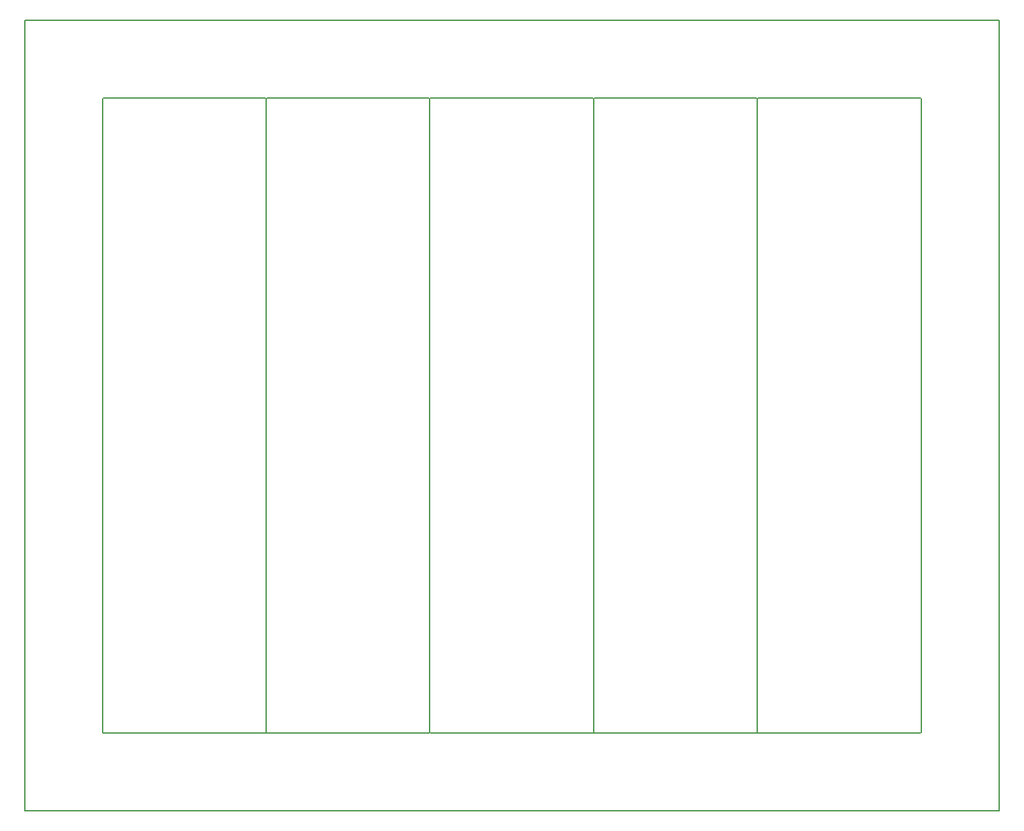
<source format=gko>
G04*
G04 #@! TF.GenerationSoftware,Altium Limited,Altium Designer,19.1.7 (138)*
G04*
G04 Layer_Color=16711935*
%FSAX25Y25*%
%MOIN*%
G70*
G01*
G75*
%ADD44C,0.00787*%
G36*
X0100787Y0502756D02*
D01*
D02*
G37*
D44*
X0104252D02*
X0596063D01*
X0596063Y0099606D01*
X0099606D02*
X0596063D01*
X0099606D02*
Y0502756D01*
X0100787D01*
X0104252D01*
X0222441Y0462638D02*
G03*
X0222047Y0463032I-0000394J0000000D01*
G01*
X0222441Y0462638D02*
G03*
X0222047Y0463032I-0000394J0000000D01*
G01*
X0222047Y0138976D02*
G03*
X0222441Y0139370I0000000J0000394D01*
G01*
X0222047Y0138976D02*
G03*
X0222441Y0139370I0000000J0000394D01*
G01*
X0139370Y0463032D02*
G03*
X0138976Y0462638I0000000J-0000394D01*
G01*
X0139370Y0463032D02*
G03*
X0138976Y0462638I0000000J-0000394D01*
G01*
X0138976Y0139370D02*
G03*
X0139370Y0138976I0000394J0000000D01*
G01*
X0138976Y0139370D02*
G03*
X0139370Y0138976I0000394J0000000D01*
G01*
X0222441Y0139370D02*
X0222441Y0462638D01*
X0139370Y0463032D02*
X0222047Y0463032D01*
X0139370Y0138976D02*
X0222047Y0138976D01*
X0138976Y0462638D02*
X0138976Y0139370D01*
X0305906Y0462638D02*
G03*
X0305512Y0463032I-0000394J0000000D01*
G01*
X0305906Y0462638D02*
G03*
X0305512Y0463032I-0000394J0000000D01*
G01*
X0305512Y0138976D02*
G03*
X0305906Y0139370I0000000J0000394D01*
G01*
X0305512Y0138976D02*
G03*
X0305906Y0139370I0000000J0000394D01*
G01*
X0222835Y0463032D02*
G03*
X0222441Y0462638I0000000J-0000394D01*
G01*
X0222835Y0463032D02*
G03*
X0222441Y0462638I0000000J-0000394D01*
G01*
X0222441Y0139370D02*
G03*
X0222835Y0138976I0000394J0000000D01*
G01*
X0222441Y0139370D02*
G03*
X0222835Y0138976I0000394J0000000D01*
G01*
X0305906Y0139370D02*
X0305906Y0462638D01*
X0222835Y0463032D02*
X0305512Y0463032D01*
X0222835Y0138976D02*
X0305512Y0138976D01*
X0222441Y0462638D02*
X0222441Y0139370D01*
X0389370Y0462638D02*
G03*
X0388976Y0463032I-0000394J0000000D01*
G01*
X0389370Y0462638D02*
G03*
X0388976Y0463032I-0000394J0000000D01*
G01*
X0388976Y0138976D02*
G03*
X0389370Y0139370I0000000J0000394D01*
G01*
X0388976Y0138976D02*
G03*
X0389370Y0139370I0000000J0000394D01*
G01*
X0306299Y0463032D02*
G03*
X0305905Y0462638I0000000J-0000394D01*
G01*
X0306299Y0463032D02*
G03*
X0305905Y0462638I0000000J-0000394D01*
G01*
X0305906Y0139370D02*
G03*
X0306299Y0138976I0000394J0000000D01*
G01*
X0305906Y0139370D02*
G03*
X0306299Y0138976I0000394J0000000D01*
G01*
X0389370Y0139370D02*
X0389370Y0462638D01*
X0306299Y0463032D02*
X0388976Y0463032D01*
X0306299Y0138976D02*
X0388976Y0138976D01*
X0305905Y0462638D02*
X0305906Y0139370D01*
X0472835Y0462638D02*
G03*
X0472441Y0463032I-0000394J0000000D01*
G01*
X0472835Y0462638D02*
G03*
X0472441Y0463032I-0000394J0000000D01*
G01*
X0472441Y0138976D02*
G03*
X0472835Y0139370I0000000J0000394D01*
G01*
X0472441Y0138976D02*
G03*
X0472835Y0139370I0000000J0000394D01*
G01*
X0389764Y0463032D02*
G03*
X0389370Y0462638I0000000J-0000394D01*
G01*
X0389764Y0463032D02*
G03*
X0389370Y0462638I0000000J-0000394D01*
G01*
X0389370Y0139370D02*
G03*
X0389764Y0138976I0000394J0000000D01*
G01*
X0389370Y0139370D02*
G03*
X0389764Y0138976I0000394J0000000D01*
G01*
X0472835Y0139370D02*
X0472835Y0462638D01*
X0389764Y0463032D02*
X0472441Y0463032D01*
X0389764Y0138976D02*
X0472441Y0138976D01*
X0389370Y0462638D02*
X0389370Y0139370D01*
X0556299Y0462638D02*
G03*
X0555905Y0463032I-0000394J0000000D01*
G01*
X0556299Y0462638D02*
G03*
X0555905Y0463032I-0000394J0000000D01*
G01*
X0555905Y0138976D02*
G03*
X0556299Y0139370I0000000J0000394D01*
G01*
X0555905Y0138976D02*
G03*
X0556299Y0139370I0000000J0000394D01*
G01*
X0473228Y0463032D02*
G03*
X0472835Y0462638I0000000J-0000394D01*
G01*
X0473228Y0463032D02*
G03*
X0472835Y0462638I0000000J-0000394D01*
G01*
X0472835Y0139370D02*
G03*
X0473228Y0138976I0000394J0000000D01*
G01*
X0472835Y0139370D02*
G03*
X0473228Y0138976I0000394J0000000D01*
G01*
X0556299Y0139370D02*
X0556299Y0462638D01*
X0473228Y0463032D02*
X0555905Y0463032D01*
X0473228Y0138976D02*
X0555905Y0138976D01*
X0472835Y0462638D02*
X0472835Y0139370D01*
M02*

</source>
